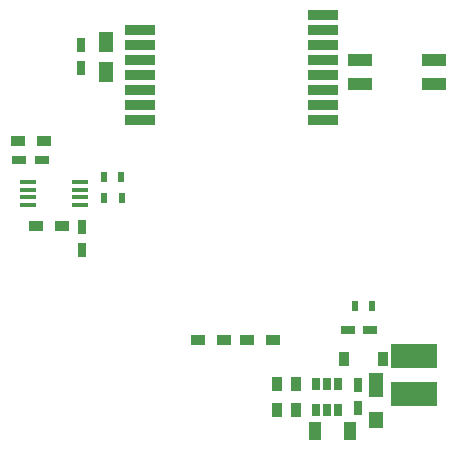
<source format=gtp>
%TF.GenerationSoftware,KiCad,Pcbnew,no-vcs-found-72d4889~60~ubuntu16.04.1*%
%TF.CreationDate,2017-10-19T10:25:28+03:00*%
%TF.ProjectId,livolo_1_channel_1way_eu_switch,6C69766F6C6F5F315F6368616E6E656C,rev?*%
%TF.SameCoordinates,Original*%
%TF.FileFunction,Paste,Top*%
%TF.FilePolarity,Positive*%
%FSLAX46Y46*%
G04 Gerber Fmt 4.6, Leading zero omitted, Abs format (unit mm)*
G04 Created by KiCad (PCBNEW no-vcs-found-72d4889~60~ubuntu16.04.1) date Thu Oct 19 10:25:28 2017*
%MOMM*%
%LPD*%
G01*
G04 APERTURE LIST*
%ADD10R,2.000000X1.000000*%
%ADD11R,2.500000X0.812800*%
%ADD12R,4.000000X2.000000*%
%ADD13R,1.200000X2.000000*%
%ADD14R,1.200000X1.400000*%
%ADD15R,0.900000X1.200000*%
%ADD16R,0.650000X1.060000*%
%ADD17R,1.200000X0.750000*%
%ADD18R,0.750000X1.200000*%
%ADD19R,1.200000X0.900000*%
%ADD20R,0.500000X0.900000*%
%ADD21R,1.260000X1.750000*%
%ADD22R,1.000000X1.600000*%
%ADD23R,1.450000X0.450000*%
G04 APERTURE END LIST*
D10*
X159400000Y-81600000D03*
X153150000Y-81600000D03*
X159400000Y-79600000D03*
X153150000Y-79600000D03*
D11*
X134500000Y-84710000D03*
X149946000Y-84710000D03*
X134500000Y-83440000D03*
X149946000Y-83440000D03*
X134500000Y-82170000D03*
X149946000Y-82170000D03*
X134500000Y-80900000D03*
X149946000Y-80900000D03*
X134500000Y-79630000D03*
X149946000Y-79630000D03*
X134500000Y-78360000D03*
X149946000Y-78360000D03*
X134500000Y-77090000D03*
X149946000Y-77090000D03*
X149946000Y-75820000D03*
D12*
X157700000Y-104650000D03*
X157700000Y-107900000D03*
D13*
X154500000Y-107100000D03*
D14*
X154500000Y-110100000D03*
D15*
X146100000Y-107000000D03*
X146100000Y-109200000D03*
D16*
X150300000Y-109200000D03*
X151250000Y-109200000D03*
X149350000Y-109200000D03*
X149350000Y-107000000D03*
X150300000Y-107000000D03*
X151250000Y-107000000D03*
D17*
X153950000Y-102500000D03*
X152050000Y-102500000D03*
D18*
X152900000Y-109050000D03*
X152900000Y-107150000D03*
D15*
X155050000Y-104900000D03*
X151750000Y-104900000D03*
X147700000Y-109200000D03*
X147700000Y-107000000D03*
D19*
X139400000Y-103300000D03*
X141600000Y-103300000D03*
X145700000Y-103300000D03*
X143500000Y-103300000D03*
D20*
X152650000Y-100400000D03*
X154150000Y-100400000D03*
D21*
X131600000Y-78075000D03*
X131600000Y-80625000D03*
D18*
X129500000Y-80250000D03*
X129500000Y-78350000D03*
D22*
X152300000Y-111000000D03*
X149300000Y-111000000D03*
D18*
X129600000Y-95650000D03*
X129600000Y-93750000D03*
D17*
X126150000Y-88100000D03*
X124250000Y-88100000D03*
D20*
X131400000Y-89500000D03*
X132900000Y-89500000D03*
X132950000Y-91300000D03*
X131450000Y-91300000D03*
D19*
X127900000Y-93700000D03*
X125700000Y-93700000D03*
X126350000Y-86500000D03*
X124150000Y-86500000D03*
D23*
X125000000Y-91875000D03*
X125000000Y-91225000D03*
X125000000Y-90575000D03*
X125000000Y-89925000D03*
X129400000Y-89925000D03*
X129400000Y-90575000D03*
X129400000Y-91225000D03*
X129400000Y-91875000D03*
M02*

</source>
